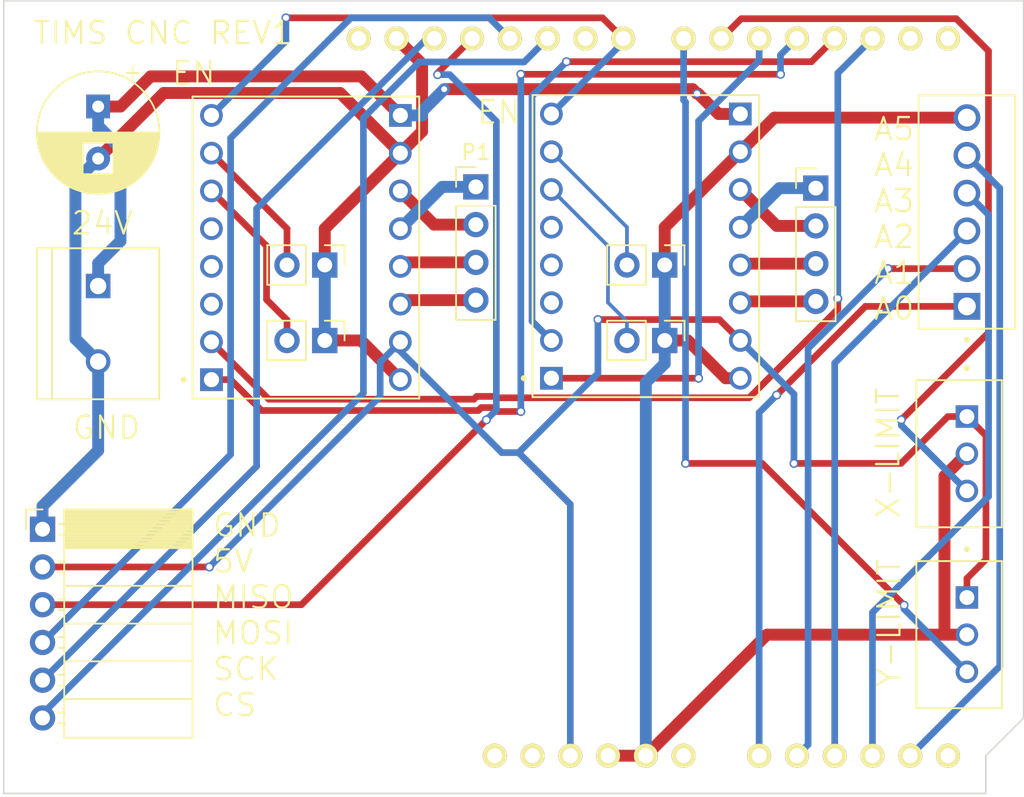
<source format=kicad_pcb>
(kicad_pcb (version 20240108) (generator "pcbnew") (generator_version "8.0")
  (layers (0 "F.Cu" signal) (31 "B.Cu" signal) (34 "B.Paste" user) (35 "F.Paste" user) (36 "B.SilkS" user "B.Silkscreen") (37 "F.SilkS" user "F.Silkscreen") (38 "B.Mask" user) (39 "F.Mask" user) (44 "Edge.Cuts" user))
  (net 0 "")
  (net 3 "Net-(J2-Pin_5)")
  (net 4 "Net-(P1-P1)")
  (net 5 "Net-(P1-P2)")
  (net 6 "Net-(P1-P3)")
  (net 7 "Net-(J2-Pin_4)")
  (net 8 "Net-(J2-Pin_3)")
  (net 9 "Net-(J2-Pin_2)")
  (net 10 "Net-(J2-Pin_1)")
  (net 11 "+5V")
  (net 12 "GND")
  (net 13 "EN")
  (net 14 "XSTEP")
  (net 15 "XDIR")
  (net 16 "VIN")
  (net 17 "YSTEP")
  (net 18 "YDIR")
  (net 19 "YLIMIT")
  (net 20 "XLIMIT")
  (net 21 "Net-(J1-Pin_3)")
  (net 22 "Net-(J1-Pin_4)")
  (net 23 "Net-(P1-P4)")
  (net 24 "Net-(J1-Pin_5)")
  (net 27 "Net-(J1-Pin_6)")
  (net 31 "Net-(U2-MS2)")
  (net 32 "Net-(P3-P1)")
  (net 33 "Net-(P3-P2)")
  (net 34 "Net-(U2-MS1)")
  (net 35 "Net-(P3-P3)")
  (net 36 "Net-(P3-P4)")
  (net 39 "Net-(U4-MS2)")
  (net 40 "Net-(U4-MS1)")
  (footprint "Tims1:MODULE_TMC2208_SILENTSTEPSTICK" (layer "F.Cu") (at 134.62 82.6466 180)
    (property "Reference" "U2" (hide yes))
    (property "Value" "TMC2208_SILENTSTEPSTICK" (hide yes))
    (pad "JP1_1" thru_hole rect (at 6.35 -8.89 180) (size 1.524 1.524) (drill 1.016) (layers "*.Cu" "*.Mask") (net 15 "XDIR"))
    (pad "JP1_2" thru_hole circle (at 6.35 -6.35 180) (size 1.524 1.524) (drill 1.016) (layers "*.Cu" "*.Mask") (net 14 "XSTEP"))
    (pad "JP1_3" thru_hole circle (at 6.35 -3.81 180) (size 1.524 1.524) (drill 1.016) (layers "*.Cu" "*.Mask"))
    (pad "JP1_4" thru_hole circle (at 6.35 -1.27 180) (size 1.524 1.524) (drill 1.016) (layers "*.Cu" "*.Mask"))
    (pad "JP1_5" thru_hole circle (at 6.35 1.27 180) (size 1.524 1.524) (drill 1.016) (layers "*.Cu" "*.Mask"))
    (pad "JP1_6" thru_hole circle (at 6.35 3.81 180) (size 1.524 1.524) (drill 1.016) (layers "*.Cu" "*.Mask") (net 31 "Net-(U2-MS2)"))
    (pad "JP1_7" thru_hole circle (at 6.35 6.35 180) (size 1.524 1.524) (drill 1.016) (layers "*.Cu" "*.Mask") (net 34 "Net-(U2-MS1)"))
    (pad "JP1_8" thru_hole circle (at 6.35 8.89 180) (size 1.524 1.524) (drill 1.016) (layers "*.Cu" "*.Mask") (net 13 "EN"))
    (pad "JP2_1" thru_hole rect (at -6.35 8.89 180) (size 1.524 1.524) (drill 1.016) (layers "*.Cu" "*.Mask") (net 16 "VIN"))
    (pad "JP2_2" thru_hole circle (at -6.35 6.35 180) (size 1.524 1.524) (drill 1.016) (layers "*.Cu" "*.Mask") (net 12 "GND"))
    (pad "JP2_3" thru_hole circle (at -6.35 3.81 180) (size 1.524 1.524) (drill 1.016) (layers "*.Cu" "*.Mask") (net 5 "Net-(P1-P2)"))
    (pad "JP2_4" thru_hole circle (at -6.35 1.27 180) (size 1.524 1.524) (drill 1.016) (layers "*.Cu" "*.Mask") (net 4 "Net-(P1-P1)"))
    (pad "JP2_5" thru_hole circle (at -6.35 -1.27 180) (size 1.524 1.524) (drill 1.016) (layers "*.Cu" "*.Mask") (net 6 "Net-(P1-P3)"))
    (pad "JP2_6" thru_hole circle (at -6.35 -3.81 180) (size 1.524 1.524) (drill 1.016) (layers "*.Cu" "*.Mask") (net 23 "Net-(P1-P4)"))
    (pad "JP2_7" thru_hole circle (at -6.35 -6.35 180) (size 1.524 1.524) (drill 1.016) (layers "*.Cu" "*.Mask") (net 11 "+5V"))
    (pad "JP2_8" thru_hole circle (at -6.35 -8.89 180) (size 1.524 1.524) (drill 1.016) (layers "*.Cu" "*.Mask") (net 12 "GND"))
  )
  (footprint "Connector_PinHeader_2.54mm:PinHeader_1x02_P2.54mm_Vertical" (layer "F.Cu") (at 135.89 83.82 -90)
    (property "Reference" "JP1" (hide yes))
    (property "Value" "Jumper_NO_Small" (hide yes))
    (pad "1" thru_hole rect (at 0 0 270) (size 1.7 1.7) (drill 1) (layers "*.Cu" "*.Mask") (net 12 "GND"))
    (pad "2" thru_hole oval (at 0 2.54 270) (size 1.7 1.7) (drill 1) (layers "*.Cu" "*.Mask") (net 34 "Net-(U2-MS1)"))
  )
  (footprint "Connector_PinHeader_2.54mm:PinHeader_1x02_P2.54mm_Vertical" (layer "F.Cu") (at 135.89 88.9 -90)
    (property "Reference" "JP2" (hide yes))
    (property "Value" "Jumper_NO_Small" (hide yes))
    (pad "1" thru_hole rect (at 0 0 270) (size 1.7 1.7) (drill 1) (layers "*.Cu" "*.Mask") (net 12 "GND"))
    (pad "2" thru_hole oval (at 0 2.54 270) (size 1.7 1.7) (drill 1) (layers "*.Cu" "*.Mask") (net 31 "Net-(U2-MS2)"))
  )
  (footprint "Capacitor_THT:CP_Radial_D8.0mm_P3.50mm" (layer "F.Cu") (at 120.65 73.1591 -90)
    (property "Reference" "C1" (hide yes))
    (property "Value" "100uF")
    (pad "1" thru_hole rect (at 0 0 270) (size 1.6 1.6) (drill 0.8) (layers "*.Cu" "*.Mask") (net 16 "VIN"))
    (pad "2" thru_hole circle (at 3.5 0 270) (size 1.6 1.6) (drill 0.8) (layers "*.Cu" "*.Mask") (net 12 "GND"))
  )
  (footprint "Connector_PinHeader_2.54mm:PinHeader_1x04_P2.54mm_Vertical" (layer "F.Cu") (at 146.05 78.5643)
    (property "Reference" "P1" (at 0 -2.33 0) (layer "F.SilkS"))
    (property "Value" "XMOT")
    (pad "1" thru_hole rect (at 0 0) (size 1.7 1.7) (drill 1) (layers "*.Cu" "*.Mask") (net 4 "Net-(P1-P1)"))
    (pad "2" thru_hole oval (at 0 2.54) (size 1.7 1.7) (drill 1) (layers "*.Cu" "*.Mask") (net 5 "Net-(P1-P2)"))
    (pad "3" thru_hole oval (at 0 5.08) (size 1.7 1.7) (drill 1) (layers "*.Cu" "*.Mask") (net 6 "Net-(P1-P3)"))
    (pad "4" thru_hole oval (at 0 7.62) (size 1.7 1.7) (drill 1) (layers "*.Cu" "*.Mask") (net 23 "Net-(P1-P4)"))
  )
  (footprint "footprints:ARDUINO_SHIELD" (layer "F.Cu") (at 114.3 119.38)
    (property "Reference" "U1" (hide yes))
    (property "Value" "ARDUINO_UNO_SHIELD" (hide yes))
    (pad "1" thru_hole circle (at 63.5 -50.8 90) (size 1.61 1.61) (drill 1) (layers "*.Cu" "*.Mask" "F.SilkS"))
    (pad "2" thru_hole circle (at 60.96 -50.8 90) (size 1.61 1.61) (drill 1) (layers "*.Cu" "*.Mask" "F.SilkS"))
    (pad "3" thru_hole circle (at 58.42 -50.8 90) (size 1.61 1.61) (drill 1) (layers "*.Cu" "*.Mask" "F.SilkS") (net 14 "XSTEP"))
    (pad "4" thru_hole circle (at 55.88 -50.8 90) (size 1.61 1.61) (drill 1) (layers "*.Cu" "*.Mask" "F.SilkS") (net 17 "YSTEP"))
    (pad "5" thru_hole circle (at 53.34 -50.8 90) (size 1.61 1.61) (drill 1) (layers "*.Cu" "*.Mask" "F.SilkS") (net 15 "XDIR"))
    (pad "6" thru_hole circle (at 50.8 -50.8 90) (size 1.61 1.61) (drill 1) (layers "*.Cu" "*.Mask" "F.SilkS") (net 18 "YDIR"))
    (pad "7" thru_hole circle (at 48.26 -50.8 90) (size 1.61 1.61) (drill 1) (layers "*.Cu" "*.Mask" "F.SilkS") (net 20 "XLIMIT"))
    (pad "8" thru_hole circle (at 45.72 -50.8 90) (size 1.61 1.61) (drill 1) (layers "*.Cu" "*.Mask" "F.SilkS") (net 19 "YLIMIT"))
    (pad "9" thru_hole circle (at 41.656 -50.8 90) (size 1.61 1.61) (drill 1) (layers "*.Cu" "*.Mask" "F.SilkS") (net 13 "EN"))
    (pad "10" thru_hole circle (at 39.116 -50.8 90) (size 1.61 1.61) (drill 1) (layers "*.Cu" "*.Mask" "F.SilkS"))
    (pad "11" thru_hole circle (at 36.576 -50.8 90) (size 1.61 1.61) (drill 1) (layers "*.Cu" "*.Mask" "F.SilkS") (net 27 "Net-(J1-Pin_6)"))
    (pad "12" thru_hole circle (at 34.036 -50.8 90) (size 1.61 1.61) (drill 1) (layers "*.Cu" "*.Mask" "F.SilkS") (net 22 "Net-(J1-Pin_4)"))
    (pad "13" thru_hole circle (at 31.496 -50.8 90) (size 1.61 1.61) (drill 1) (layers "*.Cu" "*.Mask" "F.SilkS") (net 21 "Net-(J1-Pin_3)"))
    (pad "14" thru_hole circle (at 28.956 -50.8 90) (size 1.61 1.61) (drill 1) (layers "*.Cu" "*.Mask" "F.SilkS") (net 24 "Net-(J1-Pin_5)"))
    (pad "15" thru_hole circle (at 26.416 -50.8 90) (size 1.61 1.61) (drill 1) (layers "*.Cu" "*.Mask" "F.SilkS") (net 12 "GND"))
    (pad "16" thru_hole circle (at 23.876 -50.8 90) (size 1.61 1.61) (drill 1) (layers "*.Cu" "*.Mask" "F.SilkS"))
    (pad "17" thru_hole circle (at 63.5 -2.54 90) (size 1.61 1.61) (drill 1) (layers "*.Cu" "*.Mask" "F.SilkS"))
    (pad "18" thru_hole circle (at 60.96 -2.54 90) (size 1.61 1.61) (drill 1) (layers "*.Cu" "*.Mask" "F.SilkS") (net 3 "Net-(J2-Pin_5)"))
    (pad "19" thru_hole circle (at 58.42 -2.54 90) (size 1.61 1.61) (drill 1) (layers "*.Cu" "*.Mask" "F.SilkS") (net 7 "Net-(J2-Pin_4)"))
    (pad "20" thru_hole circle (at 55.88 -2.54 90) (size 1.61 1.61) (drill 1) (layers "*.Cu" "*.Mask" "F.SilkS") (net 8 "Net-(J2-Pin_3)"))
    (pad "21" thru_hole circle (at 53.34 -2.54 90) (size 1.61 1.61) (drill 1) (layers "*.Cu" "*.Mask" "F.SilkS") (net 9 "Net-(J2-Pin_2)"))
    (pad "22" thru_hole circle (at 50.8 -2.54 90) (size 1.61 1.61) (drill 1) (layers "*.Cu" "*.Mask" "F.SilkS") (net 10 "Net-(J2-Pin_1)"))
    (pad "23" thru_hole circle (at 45.72 -2.54 90) (size 1.61 1.61) (drill 1) (layers "*.Cu" "*.Mask" "F.SilkS") (net 16 "VIN"))
    (pad "24" thru_hole circle (at 43.18 -2.54 90) (size 1.61 1.61) (drill 1) (layers "*.Cu" "*.Mask" "F.SilkS") (net 12 "GND"))
    (pad "25" thru_hole circle (at 40.64 -2.54 90) (size 1.61 1.61) (drill 1) (layers "*.Cu" "*.Mask" "F.SilkS") (net 12 "GND"))
    (pad "26" thru_hole circle (at 38.1 -2.54 90) (size 1.61 1.61) (drill 1) (layers "*.Cu" "*.Mask" "F.SilkS") (net 11 "+5V"))
    (pad "27" thru_hole circle (at 35.56 -2.54 90) (size 1.61 1.61) (drill 1) (layers "*.Cu" "*.Mask" "F.SilkS"))
    (pad "28" thru_hole circle (at 33.02 -2.54 90) (size 1.61 1.61) (drill 1) (layers "*.Cu" "*.Mask" "F.SilkS"))
  )
  (footprint "Tims1:TE_282837-2" (layer "F.Cu") (at 120.65 87.7751 -90)
    (property "Reference" "P2" (hide yes))
    (property "Value" "282837-2" (hide yes))
    (pad "1" thru_hole rect (at -2.54 0 270) (size 1.65 1.65) (drill 1.1) (layers "*.Cu" "*.Mask") (net 16 "VIN"))
    (pad "2" thru_hole circle (at 2.54 0 270) (size 1.65 1.65) (drill 1.1) (layers "*.Cu" "*.Mask") (net 12 "GND"))
  )
  (footprint "Tims1:JST_B3B-XH-A" (layer "F.Cu") (at 178.545 108.695 90)
    (property "Reference" "J4" (hide yes))
    (property "Value" "Conn_01x03" (hide yes))
    (pad "1" thru_hole rect (at 2.5 0.525 90) (size 1.508 1.508) (drill 1) (layers "*.Cu" "*.Mask") (net 11 "+5V"))
    (pad "2" thru_hole circle (at 0 0.525 90) (size 1.508 1.508) (drill 1) (layers "*.Cu" "*.Mask") (net 12 "GND"))
    (pad "3" thru_hole circle (at -2.5 0.525 90) (size 1.508 1.508) (drill 1) (layers "*.Cu" "*.Mask") (net 19 "YLIMIT"))
  )
  (footprint "Tims1:MODULE_TMC2208_SILENTSTEPSTICK" (layer "F.Cu") (at 157.48 82.55 180)
    (property "Reference" "U4" (hide yes))
    (property "Value" "TMC2208_SILENTSTEPSTICK" (hide yes))
    (pad "JP1_1" thru_hole rect (at 6.35 -8.89 180) (size 1.524 1.524) (drill 1.016) (layers "*.Cu" "*.Mask") (net 18 "YDIR"))
    (pad "JP1_2" thru_hole circle (at 6.35 -6.35 180) (size 1.524 1.524) (drill 1.016) (layers "*.Cu" "*.Mask") (net 17 "YSTEP"))
    (pad "JP1_3" thru_hole circle (at 6.35 -3.81 180) (size 1.524 1.524) (drill 1.016) (layers "*.Cu" "*.Mask"))
    (pad "JP1_4" thru_hole circle (at 6.35 -1.27 180) (size 1.524 1.524) (drill 1.016) (layers "*.Cu" "*.Mask"))
    (pad "JP1_5" thru_hole circle (at 6.35 1.27 180) (size 1.524 1.524) (drill 1.016) (layers "*.Cu" "*.Mask"))
    (pad "JP1_6" thru_hole circle (at 6.35 3.81 180) (size 1.524 1.524) (drill 1.016) (layers "*.Cu" "*.Mask") (net 39 "Net-(U4-MS2)"))
    (pad "JP1_7" thru_hole circle (at 6.35 6.35 180) (size 1.524 1.524) (drill 1.016) (layers "*.Cu" "*.Mask") (net 40 "Net-(U4-MS1)"))
    (pad "JP1_8" thru_hole circle (at 6.35 8.89 180) (size 1.524 1.524) (drill 1.016) (layers "*.Cu" "*.Mask") (net 13 "EN"))
    (pad "JP2_1" thru_hole rect (at -6.35 8.89 180) (size 1.524 1.524) (drill 1.016) (layers "*.Cu" "*.Mask") (net 16 "VIN"))
    (pad "JP2_2" thru_hole circle (at -6.35 6.35 180) (size 1.524 1.524) (drill 1.016) (layers "*.Cu" "*.Mask") (net 12 "GND"))
    (pad "JP2_3" thru_hole circle (at -6.35 3.81 180) (size 1.524 1.524) (drill 1.016) (layers "*.Cu" "*.Mask") (net 33 "Net-(P3-P2)"))
    (pad "JP2_4" thru_hole circle (at -6.35 1.27 180) (size 1.524 1.524) (drill 1.016) (layers "*.Cu" "*.Mask") (net 32 "Net-(P3-P1)"))
    (pad "JP2_5" thru_hole circle (at -6.35 -1.27 180) (size 1.524 1.524) (drill 1.016) (layers "*.Cu" "*.Mask") (net 35 "Net-(P3-P3)"))
    (pad "JP2_6" thru_hole circle (at -6.35 -3.81 180) (size 1.524 1.524) (drill 1.016) (layers "*.Cu" "*.Mask") (net 36 "Net-(P3-P4)"))
    (pad "JP2_7" thru_hole circle (at -6.35 -6.35 180) (size 1.524 1.524) (drill 1.016) (layers "*.Cu" "*.Mask") (net 11 "+5V"))
    (pad "JP2_8" thru_hole circle (at -6.35 -8.89 180) (size 1.524 1.524) (drill 1.016) (layers "*.Cu" "*.Mask") (net 12 "GND"))
  )
  (footprint "Connector_PinHeader_2.54mm:PinHeader_1x02_P2.54mm_Vertical" (layer "F.Cu") (at 158.75 88.9 -90)
    (property "Reference" "JP4" (hide yes))
    (property "Value" "Jumper_NO_Small" (hide yes))
    (pad "1" thru_hole rect (at 0 0 270) (size 1.7 1.7) (drill 1) (layers "*.Cu" "*.Mask") (net 12 "GND"))
    (pad "2" thru_hole oval (at 0 2.54 270) (size 1.7 1.7) (drill 1) (layers "*.Cu" "*.Mask") (net 39 "Net-(U4-MS2)"))
  )
  (footprint "Connector_PinHeader_2.54mm:PinHeader_1x04_P2.54mm_Vertical" (layer "F.Cu") (at 168.91 78.6499)
    (property "Reference" "P3" (hide yes))
    (property "Value" "YMOT")
    (pad "1" thru_hole rect (at 0 0) (size 1.7 1.7) (drill 1) (layers "*.Cu" "*.Mask") (net 32 "Net-(P3-P1)"))
    (pad "2" thru_hole oval (at 0 2.54) (size 1.7 1.7) (drill 1) (layers "*.Cu" "*.Mask") (net 33 "Net-(P3-P2)"))
    (pad "3" thru_hole oval (at 0 5.08) (size 1.7 1.7) (drill 1) (layers "*.Cu" "*.Mask") (net 35 "Net-(P3-P3)"))
    (pad "4" thru_hole oval (at 0 7.62) (size 1.7 1.7) (drill 1) (layers "*.Cu" "*.Mask") (net 36 "Net-(P3-P4)"))
  )
  (footprint "Tims1:JST_B3B-XH-A" (layer "F.Cu") (at 178.545 96.52 90)
    (property "Reference" "J3" (hide yes))
    (property "Value" "Conn_01x03" (hide yes))
    (pad "1" thru_hole rect (at 2.5 0.525 90) (size 1.508 1.508) (drill 1) (layers "*.Cu" "*.Mask") (net 11 "+5V"))
    (pad "2" thru_hole circle (at 0 0.525 90) (size 1.508 1.508) (drill 1) (layers "*.Cu" "*.Mask") (net 12 "GND"))
    (pad "3" thru_hole circle (at -2.5 0.525 90) (size 1.508 1.508) (drill 1) (layers "*.Cu" "*.Mask") (net 20 "XLIMIT"))
  )
  (footprint "Tims1:PinSocket_1x06_P2.54mm_Horizontal" (layer "F.Cu") (at 121.92 101.6)
    (property "Reference" "J1" (hide yes))
    (property "Value" "Conn_01x06" (hide yes))
    (pad "1" thru_hole rect (at -5.01 0) (size 1.7 1.7) (drill 1) (layers "*.Cu" "*.Mask") (net 12 "GND"))
    (pad "2" thru_hole oval (at -5.01 2.54) (size 1.7 1.7) (drill 1) (layers "*.Cu" "*.Mask") (net 11 "+5V"))
    (pad "3" thru_hole oval (at -5.01 5.08) (size 1.7 1.7) (drill 1) (layers "*.Cu" "*.Mask") (net 21 "Net-(J1-Pin_3)"))
    (pad "4" thru_hole oval (at -5.01 7.62) (size 1.7 1.7) (drill 1) (layers "*.Cu" "*.Mask") (net 22 "Net-(J1-Pin_4)"))
    (pad "5" thru_hole oval (at -5.01 10.16) (size 1.7 1.7) (drill 1) (layers "*.Cu" "*.Mask") (net 24 "Net-(J1-Pin_5)"))
    (pad "6" thru_hole oval (at -5.01 12.7) (size 1.7 1.7) (drill 1) (layers "*.Cu" "*.Mask") (net 27 "Net-(J1-Pin_6)"))
  )
  (footprint "Tims1:TE_282834-6" (layer "F.Cu") (at 179.07 80.256 90)
    (property "Reference" "J2" (hide yes))
    (property "Value" "Conn_01x06" (hide yes))
    (pad "1" thru_hole rect (at -6.35 0 90) (size 1.8 1.8) (drill 1.2) (layers "*.Cu" "*.Mask") (net 10 "Net-(J2-Pin_1)"))
    (pad "2" thru_hole circle (at -3.81 0 90) (size 1.8 1.8) (drill 1.2) (layers "*.Cu" "*.Mask") (net 9 "Net-(J2-Pin_2)"))
    (pad "3" thru_hole circle (at -1.27 0 90) (size 1.8 1.8) (drill 1.2) (layers "*.Cu" "*.Mask") (net 8 "Net-(J2-Pin_3)"))
    (pad "4" thru_hole circle (at 1.27 0 90) (size 1.8 1.8) (drill 1.2) (layers "*.Cu" "*.Mask") (net 7 "Net-(J2-Pin_4)"))
    (pad "5" thru_hole circle (at 3.81 0 90) (size 1.8 1.8) (drill 1.2) (layers "*.Cu" "*.Mask") (net 3 "Net-(J2-Pin_5)"))
    (pad "6" thru_hole circle (at 6.35 0 90) (size 1.8 1.8) (drill 1.2) (layers "*.Cu" "*.Mask") (net 12 "GND"))
  )
  (footprint "Connector_PinHeader_2.54mm:PinHeader_1x02_P2.54mm_Vertical" (layer "F.Cu") (at 158.75 83.82 -90)
    (property "Reference" "JP3" (hide yes))
    (property "Value" "Jumper_NO_Small" (hide yes))
    (pad "1" thru_hole rect (at 0 0 270) (size 1.7 1.7) (drill 1) (layers "*.Cu" "*.Mask") (net 12 "GND"))
    (pad "2" thru_hole oval (at 0 2.54 270) (size 1.7 1.7) (drill 1) (layers "*.Cu" "*.Mask") (net 40 "Net-(U4-MS1)"))
  )
  (gr_line (start 180.34 119.38) (end 114.3 119.38) (stroke (width 0.1)) (layer "Edge.Cuts"))
  (gr_line (start 114.3 119.38) (end 114.3 66.04) (stroke (width 0.1)) (layer "Edge.Cuts"))
  (gr_line (start 114.3 66.04) (end 182.88 66.04) (stroke (width 0.1)) (layer "Edge.Cuts"))
  (gr_line (start 182.88 66.04) (end 182.88 114.3) (stroke (width 0.1)) (layer "Edge.Cuts"))
  (gr_line (start 182.88 114.3) (end 180.34 116.84) (stroke (width 0.1)) (layer "Edge.Cuts"))
  (gr_line (start 180.34 116.84) (end 180.34 119.38) (stroke (width 0.1)) (layer "Edge.Cuts"))
  (gr_text "GND\n5V\nMISO\nMOSI\nSCK\nCS" (at 128.27 114.3 0) (layer "F.SilkS") (effects (font (size 1.5 1.5)) (justify left bottom)))
  (gr_text "GND" (at 118.831431 95.641834 0) (layer "F.SilkS") (effects (font (size 1.5 1.5)) (justify left bottom)))
  (gr_text "TIMS CNC REV1" (at 116.191227 69.08426 0) (layer "F.SilkS") (effects (font (size 1.5 1.5)) (justify left bottom)))
  (gr_text "EN" (at 146.03823 74.421431 0) (layer "F.SilkS") (effects (font (size 1.5 1.5)) (justify left bottom)))
  (gr_text "A5\nA4\nA3\nA2\nA1\nA0" (at 172.72 87.63 0) (layer "F.SilkS") (effects (font (size 1.5 1.5)) (justify left bottom)))
  (gr_text "24V" (at 118.757582 81.888234 0) (layer "F.SilkS") (effects (font (size 1.5 1.5)) (justify left bottom)))
  (gr_text "EN" (at 125.514479 71.807359 0) (layer "F.SilkS") (effects (font (size 1.5 1.5)) (justify left bottom)))
  (gr_text "X-LIMIT" (at 174.646918 100.952282 90) (layer "F.SilkS") (effects (font (size 1.5 1.5)) (justify left bottom)))
  (gr_text "Y-LIMIT" (at 174.725285 112.315496 90) (layer "F.SilkS") (effects (font (size 1.5 1.5)) (justify left bottom)))
  (segment (start 175.26 116.84) (end 181.2783 110.8217) (width 0.45) (layer "B.Cu") (net 3))
  (segment (start 181.2783 78.6543) (end 179.07 76.446) (width 0.45) (layer "B.Cu") (net 3))
  (segment (start 181.2783 110.8217) (end 181.2783 78.6543) (width 0.45) (layer "B.Cu") (net 3))
  (segment (start 143.7823 78.5643) (end 140.97 81.3766) (width 0.8) (layer "B.Cu") (net 4))
  (segment (start 146.05 78.5643) (end 143.7823 78.5643) (width 0.8) (layer "B.Cu") (net 4))
  (segment (start 146.05 81.1043) (end 143.2377 81.1043) (width 0.8) (layer "F.Cu") (net 5))
  (segment (start 143.2377 81.1043) (end 140.97 78.8366) (width 0.8) (layer "F.Cu") (net 5))
  (segment (start 141.2423 83.6443) (end 140.97 83.9166) (width 0.8) (layer "F.Cu") (net 6))
  (segment (start 146.05 83.6443) (end 141.2423 83.6443) (width 0.8) (layer "F.Cu") (net 6))
  (segment (start 180.5264 99.3933) (end 172.72 107.1997) (width 0.45) (layer "B.Cu") (net 7))
  (segment (start 179.07 78.986) (end 180.5264 80.4424) (width 0.45) (layer "B.Cu") (net 7))
  (segment (start 180.5264 80.4424) (end 180.5264 99.3933) (width 0.45) (layer "B.Cu") (net 7))
  (segment (start 172.72 107.1997) (end 172.72 116.84) (width 0.45) (layer "B.Cu") (net 7))
  (segment (start 170.18 90.416) (end 170.18 116.84) (width 0.45) (layer "B.Cu") (net 8))
  (segment (start 179.07 81.526) (end 170.18 90.416) (width 0.45) (layer "B.Cu") (net 8))
  (segment (start 179.07 84.066) (end 173.7666 84.066) (width 0.45) (layer "F.Cu") (net 9))
  (via (at 173.7666 84.066) (size 0.6) (drill 0.4) (layers "F.Cu" "B.Cu") (net 9))
  (segment (start 168.3918 89.4408) (end 173.7666 84.066) (width 0.45) (layer "B.Cu") (net 9))
  (segment (start 168.3918 116.0882) (end 168.3918 89.4408) (width 0.45) (layer "B.Cu") (net 9))
  (segment (start 167.64 116.84) (end 168.3918 116.0882) (width 0.45) (layer "B.Cu") (net 9))
  (segment (start 172.246 86.606) (end 166.2806 92.5714) (width 0.45) (layer "F.Cu") (net 10))
  (segment (start 179.07 86.606) (end 172.246 86.606) (width 0.45) (layer "F.Cu") (net 10))
  (via (at 166.2806 92.5714) (size 0.6) (drill 0.4) (layers "F.Cu" "B.Cu") (net 10))
  (segment (start 165.1 93.752) (end 166.2806 92.5714) (width 0.45) (layer "B.Cu") (net 10))
  (segment (start 165.1 116.84) (end 165.1 93.752) (width 0.45) (layer "B.Cu") (net 10))
  (segment (start 162.4242 87.4942) (end 154.2585 87.4942) (width 0.45) (layer "F.Cu") (net 11))
  (segment (start 180.3509 103.6332) (end 179.07 104.9141) (width 0.45) (layer "F.Cu") (net 11))
  (segment (start 177.7891 94.02) (end 174.6379 97.1712) (width 0.45) (layer "F.Cu") (net 11))
  (segment (start 116.91 104.14) (end 128.1313 104.14) (width 0.45) (layer "F.Cu") (net 11))
  (segment (start 163.83 88.9) (end 162.4242 87.4942) (width 0.45) (layer "F.Cu") (net 11))
  (segment (start 179.07 94.02) (end 177.7891 94.02) (width 0.45) (layer "F.Cu") (net 11))
  (segment (start 180.3509 95.3009) (end 180.3509 103.6332) (width 0.45) (layer "F.Cu") (net 11))
  (segment (start 179.07 106.195) (end 179.07 104.9141) (width 0.45) (layer "F.Cu") (net 11))
  (segment (start 179.07 94.02) (end 180.3509 95.3009) (width 0.45) (layer "F.Cu") (net 11))
  (segment (start 174.6379 97.1712) (end 167.442 97.1712) (width 0.45) (layer "F.Cu") (net 11))
  (via (at 154.2585 87.4942) (size 0.6) (drill 0.4) (layers "F.Cu" "B.Cu") (net 11))
  (via (at 128.1313 104.14) (size 0.6) (drill 0.4) (layers "F.Cu" "B.Cu") (net 11))
  (via (at 167.442 97.1712) (size 0.6) (drill 0.4) (layers "F.Cu" "B.Cu") (net 11))
  (segment (start 139.6143 92.657) (end 128.1313 104.14) (width 0.45) (layer "B.Cu") (net 11))
  (segment (start 147.794 96.4469) (end 148.9251 96.4469) (width 0.45) (layer "B.Cu") (net 11))
  (segment (start 139.6143 90.3523) (end 139.6143 92.657) (width 0.45) (layer "B.Cu") (net 11))
  (segment (start 140.97 89.6229) (end 147.794 96.4469) (width 0.45) (layer "B.Cu") (net 11))
  (segment (start 140.97 88.9966) (end 140.97 89.6229) (width 0.45) (layer "B.Cu") (net 11))
  (segment (start 140.97 88.9966) (end 139.6143 90.3523) (width 0.45) (layer "B.Cu") (net 11))
  (segment (start 152.4 116.84) (end 152.4 99.9218) (width 0.45) (layer "B.Cu") (net 11))
  (segment (start 148.9251 96.4469) (end 154.2585 91.1135) (width 0.45) (layer "B.Cu") (net 11))
  (segment (start 152.4 99.9218) (end 148.9251 96.4469) (width 0.45) (layer "B.Cu") (net 11))
  (segment (start 154.2585 91.1135) (end 154.2585 87.4942) (width 0.45) (layer "B.Cu") (net 11))
  (segment (start 167.442 92.512) (end 167.442 97.1712) (width 0.45) (layer "B.Cu") (net 11))
  (segment (start 163.83 88.9) (end 167.442 92.512) (width 0.45) (layer "B.Cu") (net 11))
  (segment (start 135.89 81.3766) (end 140.97 76.2966) (width 0.8) (layer "F.Cu") (net 12))
  (segment (start 157.48 116.84) (end 165.625 108.695) (width 0.8) (layer "F.Cu") (net 12))
  (segment (start 166.124 73.906) (end 163.83 76.2) (width 0.8) (layer "F.Cu") (net 12))
  (segment (start 142.4339 70.2979) (end 142.4339 74.8327) (width 0.8) (layer "F.Cu") (net 12))
  (segment (start 177.5615 108.695) (end 179.07 108.695) (width 0.8) (layer "F.Cu") (net 12))
  (segment (start 135.89 88.9) (end 137.4419 88.9) (width 0.8) (layer "F.Cu") (net 12))
  (segment (start 135.89 83.82) (end 135.89 81.3766) (width 0.8) (layer "F.Cu") (net 12))
  (segment (start 136.9203 72.2469) (end 140.97 76.2966) (width 0.8) (layer "F.Cu") (net 12))
  (segment (start 179.07 73.906) (end 166.124 73.906) (width 0.8) (layer "F.Cu") (net 12))
  (segment (start 177.5615 98.0285) (end 179.07 96.52) (width 0.8) (layer "F.Cu") (net 12))
  (segment (start 120.65 76.6591) (end 125.0622 72.2469) (width 0.8) (layer "F.Cu") (net 12))
  (segment (start 154.94 116.84) (end 157.48 116.84) (width 0.8) (layer "F.Cu") (net 12))
  (segment (start 142.4339 74.8327) (end 140.97 76.2966) (width 0.8) (layer "F.Cu") (net 12))
  (segment (start 158.75 88.9) (end 160.3019 88.9) (width 0.8) (layer "F.Cu") (net 12))
  (segment (start 158.75 83.82) (end 158.75 81.28) (width 0.8) (layer "F.Cu") (net 12))
  (segment (start 138.3334 88.9) (end 137.4419 88.9) (width 0.8) (layer "F.Cu") (net 12))
  (segment (start 125.0622 72.2469) (end 136.9203 72.2469) (width 0.8) (layer "F.Cu") (net 12))
  (segment (start 160.3019 88.9) (end 162.8419 91.44) (width 0.8) (layer "F.Cu") (net 12))
  (segment (start 177.5615 108.695) (end 177.5615 98.0285) (width 0.8) (layer "F.Cu") (net 12))
  (segment (start 162.8419 91.44) (end 163.83 91.44) (width 0.8) (layer "F.Cu") (net 12))
  (segment (start 165.625 108.695) (end 177.5615 108.695) (width 0.8) (layer "F.Cu") (net 12))
  (segment (start 140.716 68.58) (end 142.4339 70.2979) (width 0.8) (layer "F.Cu") (net 12))
  (segment (start 158.75 81.28) (end 163.83 76.2) (width 0.8) (layer "F.Cu") (net 12))
  (segment (start 140.97 91.5366) (end 138.3334 88.9) (width 0.8) (layer "F.Cu") (net 12))
  (segment (start 119.1231 88.7882) (end 119.1231 78.186) (width 0.8) (layer "B.Cu") (net 12))
  (segment (start 158.75 88.9) (end 158.75 90.4519) (width 0.8) (layer "B.Cu") (net 12))
  (segment (start 119.1231 78.186) (end 120.65 76.6591) (width 0.8) (layer "B.Cu") (net 12))
  (segment (start 157.48 91.7219) (end 157.48 116.84) (width 0.8) (layer "B.Cu") (net 12))
  (segment (start 120.65 96.3081) (end 116.91 100.0481) (width 0.8) (layer "B.Cu") (net 12))
  (segment (start 135.89 88.9) (end 135.89 83.82) (width 0.8) (layer "B.Cu") (net 12))
  (segment (start 120.65 90.3151) (end 120.65 96.3081) (width 0.8) (layer "B.Cu") (net 12))
  (segment (start 158.75 90.4519) (end 157.48 91.7219) (width 0.8) (layer "B.Cu") (net 12))
  (segment (start 158.75 83.82) (end 158.75 88.9) (width 0.8) (layer "B.Cu") (net 12))
  (segment (start 120.65 90.3151) (end 119.1231 88.7882) (width 0.8) (layer "B.Cu") (net 12))
  (segment (start 116.91 101.6) (end 116.91 100.0481) (width 0.8) (layer "B.Cu") (net 12))
  (segment (start 154.5667 67.1907) (end 155.956 68.58) (width 0.45) (layer "F.Cu") (net 13))
  (segment (start 133.2795 67.1907) (end 154.5667 67.1907) (width 0.45) (layer "F.Cu") (net 13))
  (via (at 133.2795 67.1907) (size 0.6) (drill 0.4) (layers "F.Cu" "B.Cu") (net 13))
  (segment (start 133.2795 68.7471) (end 133.2795 67.1907) (width 0.45) (layer "B.Cu") (net 13))
  (segment (start 155.956 68.834) (end 151.13 73.66) (width 0.45) (layer "B.Cu") (net 13))
  (segment (start 155.956 68.58) (end 155.956 68.834) (width 0.45) (layer "B.Cu") (net 13))
  (segment (start 128.27 73.7566) (end 133.2795 68.7471) (width 0.45) (layer "B.Cu") (net 13))
  (segment (start 170.3898 86.7957) (end 164.4283 92.7572) (width 0.45) (layer "F.Cu") (net 14))
  (segment (start 132.1251 92.8517) (end 128.27 88.9966) (width 0.45) (layer "F.Cu") (net 14))
  (segment (start 147.4121 92.6627) (end 146.104 92.6627) (width 0.45) (layer "F.Cu") (net 14))
  (segment (start 164.4283 92.7572) (end 147.5066 92.7572) (width 0.45) (layer "F.Cu") (net 14))
  (segment (start 170.3898 86.0709) (end 170.3898 86.7957) (width 0.45) (layer "F.Cu") (net 14))
  (segment (start 147.5066 92.7572) (end 147.4121 92.6627) (width 0.45) (layer "F.Cu") (net 14))
  (segment (start 145.915 92.8517) (end 132.1251 92.8517) (width 0.45) (layer "F.Cu") (net 14))
  (segment (start 146.104 92.6627) (end 145.915 92.8517) (width 0.45) (layer "F.Cu") (net 14))
  (via (at 170.3898 86.0709) (size 0.6) (drill 0.4) (layers "F.Cu" "B.Cu") (net 14))
  (segment (start 172.72 68.58) (end 170.3898 70.9102) (width 0.45) (layer "B.Cu") (net 14))
  (segment (start 170.3898 70.9102) (end 170.3898 86.0709) (width 0.45) (layer "B.Cu") (net 14))
  (segment (start 131.6352 93.6129) (end 129.5589 91.5366) (width 0.45) (layer "F.Cu") (net 15))
  (segment (start 146.2172 93.6129) (end 131.6352 93.6129) (width 0.45) (layer "F.Cu") (net 15))
  (segment (start 147.365 93.679) (end 147.1006 93.4146) (width 0.45) (layer "F.Cu") (net 15))
  (segment (start 149.074 93.679) (end 147.365 93.679) (width 0.45) (layer "F.Cu") (net 15))
  (segment (start 146.4155 93.4146) (end 146.2172 93.6129) (width 0.45) (layer "F.Cu") (net 15))
  (segment (start 149.074 70.9868) (end 166.536 70.9868) (width 0.45) (layer "F.Cu") (net 15))
  (segment (start 147.1006 93.4146) (end 146.4155 93.4146) (width 0.45) (layer "F.Cu") (net 15))
  (segment (start 128.27 91.5366) (end 129.5589 91.5366) (width 0.45) (layer "F.Cu") (net 15))
  (via (at 149.074 93.679) (size 0.6) (drill 0.4) (layers "F.Cu" "B.Cu") (net 15))
  (via (at 166.536 70.9868) (size 0.6) (drill 0.4) (layers "F.Cu" "B.Cu") (net 15))
  (via (at 149.074 70.9868) (size 0.6) (drill 0.4) (layers "F.Cu" "B.Cu") (net 15))
  (segment (start 166.536 69.684) (end 166.536 70.9868) (width 0.45) (layer "B.Cu") (net 15))
  (segment (start 167.64 68.58) (end 166.536 69.684) (width 0.45) (layer "B.Cu") (net 15))
  (segment (start 149.074 70.9868) (end 149.074 93.679) (width 0.45) (layer "B.Cu") (net 15))
  (segment (start 138.3448 71.1314) (end 140.97 73.7566) (width 0.8) (layer "F.Cu") (net 16))
  (segment (start 120.65 73.1591) (end 122.1519 73.1591) (width 0.8) (layer "F.Cu") (net 16))
  (segment (start 122.1519 73.1591) (end 124.1796 71.1314) (width 0.8) (layer "F.Cu") (net 16))
  (segment (start 160.9919 72.2858) (end 162.3661 73.66) (width 0.8) (layer "F.Cu") (net 16))
  (segment (start 160.6239 71.9887) (end 160.921 72.2858) (width 0.8) (layer "F.Cu") (net 16))
  (segment (start 163.83 73.66) (end 162.3661 73.66) (width 0.8) (layer "F.Cu") (net 16))
  (segment (start 124.1796 71.1314) (end 138.3448 71.1314) (width 0.8) (layer "F.Cu") (net 16))
  (segment (start 160.921 72.2858) (end 160.9919 72.2858) (width 0.8) (layer "F.Cu") (net 16))
  (segment (start 143.9204 71.9887) (end 160.6239 71.9887) (width 0.8) (layer "F.Cu") (net 16))
  (via (at 143.9204 71.9887) (size 0.6) (drill 0.4) (layers "F.Cu" "B.Cu") (net 16))
  (via (at 160.921 72.2858) (size 0.6) (drill 0.4) (layers "F.Cu" "B.Cu") (net 16))
  (segment (start 140.97 73.7566) (end 142.4339 73.7566) (width 0.8) (layer "B.Cu") (net 16))
  (segment (start 122.1519 75.975) (end 120.8379 74.661) (width 0.8) (layer "B.Cu") (net 16))
  (segment (start 120.65 73.1591) (end 120.65 74.661) (width 0.8) (layer "B.Cu") (net 16))
  (segment (start 120.8379 74.661) (end 120.65 74.661) (width 0.8) (layer "B.Cu") (net 16))
  (segment (start 122.1519 82.2063) (end 122.1519 75.975) (width 0.8) (layer "B.Cu") (net 16))
  (segment (start 142.4339 73.4752) (end 143.9204 71.9887) (width 0.8) (layer "B.Cu") (net 16))
  (segment (start 120.65 85.2351) (end 120.65 83.7082) (width 0.8) (layer "B.Cu") (net 16))
  (segment (start 142.4339 73.7566) (end 142.4339 73.4752) (width 0.8) (layer "B.Cu") (net 16))
  (segment (start 120.65 83.7082) (end 122.1519 82.2063) (width 0.8) (layer "B.Cu") (net 16))
  (segment (start 152.1438 70.1428) (end 168.6172 70.1428) (width 0.45) (layer "F.Cu") (net 17))
  (segment (start 168.6172 70.1428) (end 170.18 68.58) (width 0.45) (layer "F.Cu") (net 17))
  (via (at 152.1438 70.1428) (size 0.6) (drill 0.4) (layers "F.Cu" "B.Cu") (net 17))
  (segment (start 151.13 88.9) (end 149.8259 87.5959) (width 0.45) (layer "B.Cu") (net 17))
  (segment (start 149.8259 87.5959) (end 149.8259 72.4607) (width 0.45) (layer "B.Cu") (net 17))
  (segment (start 149.8259 72.4607) (end 152.1438 70.1428) (width 0.45) (layer "B.Cu") (net 17))
  (segment (start 151.13 91.44) (end 161.0259 91.44) (width 0.45) (layer "F.Cu") (net 18))
  (via (at 161.0259 91.44) (size 0.6) (drill 0.4) (layers "F.Cu" "B.Cu") (net 18))
  (segment (start 161.0259 74.1318) (end 161.0259 91.44) (width 0.45) (layer "B.Cu") (net 18))
  (segment (start 165.1 68.58) (end 165.1 70.0577) (width 0.45) (layer "B.Cu") (net 18))
  (segment (start 165.1 70.0577) (end 161.0259 74.1318) (width 0.45) (layer "B.Cu") (net 18))
  (segment (start 165.3032 97.1712) (end 160.148 97.1712) (width 0.45) (layer "F.Cu") (net 19))
  (segment (start 174.844 106.712) (end 165.3032 97.1712) (width 0.45) (layer "F.Cu") (net 19))
  (via (at 160.148 97.1712) (size 0.6) (drill 0.4) (layers "F.Cu" "B.Cu") (net 19))
  (via (at 174.844 106.712) (size 0.6) (drill 0.4) (layers "F.Cu" "B.Cu") (net 19))
  (segment (start 160.148 72.8559) (end 160.148 97.1712) (width 0.45) (layer "B.Cu") (net 19))
  (segment (start 174.844 106.969) (end 179.07 111.195) (width 0.45) (layer "B.Cu") (net 19))
  (segment (start 174.844 106.712) (end 174.844 106.969) (width 0.45) (layer "B.Cu") (net 19))
  (segment (start 160.02 68.58) (end 160.02 72.7279) (width 0.45) (layer "B.Cu") (net 19))
  (segment (start 160.02 72.7279) (end 160.148 72.8559) (width 0.45) (layer "B.Cu") (net 19))
  (segment (start 174.658 94.2369) (end 180.5204 88.3745) (width 0.45) (layer "F.Cu") (net 20))
  (segment (start 178.3531 67.2481) (end 163.8919 67.2481) (width 0.45) (layer "F.Cu") (net 20))
  (segment (start 163.8919 67.2481) (end 162.56 68.58) (width 0.45) (layer "F.Cu") (net 20))
  (segment (start 180.5204 69.4154) (end 178.3531 67.2481) (width 0.45) (layer "F.Cu") (net 20))
  (segment (start 180.5204 88.3745) (end 180.5204 69.4154) (width 0.45) (layer "F.Cu") (net 20))
  (via (at 174.658 94.2369) (size 0.6) (drill 0.4) (layers "F.Cu" "B.Cu") (net 20))
  (segment (start 174.658 94.608) (end 179.07 99.02) (width 0.45) (layer "B.Cu") (net 20))
  (segment (start 174.658 94.2369) (end 174.658 94.608) (width 0.45) (layer "B.Cu") (net 20))
  (segment (start 143.4791 70.8969) (end 143.4791 71.013) (width 0.45) (layer "F.Cu") (net 21))
  (segment (start 134.3195 106.68) (end 146.758 94.2415) (width 0.45) (layer "F.Cu") (net 21))
  (segment (start 145.796 68.58) (end 143.4791 70.8969) (width 0.45) (layer "F.Cu") (net 21))
  (segment (start 116.91 106.68) (end 134.3195 106.68) (width 0.45) (layer "F.Cu") (net 21))
  (via (at 146.758 94.2415) (size 0.6) (drill 0.4) (layers "F.Cu" "B.Cu") (net 21))
  (via (at 143.4791 71.013) (size 0.6) (drill 0.4) (layers "F.Cu" "B.Cu") (net 21))
  (segment (start 147.4269 93.5726) (end 147.4269 74.1478) (width 0.45) (layer "B.Cu") (net 21))
  (segment (start 146.758 94.2415) (end 147.4269 93.5726) (width 0.45) (layer "B.Cu") (net 21))
  (segment (start 144.2921 71.013) (end 143.4791 71.013) (width 0.45) (layer "B.Cu") (net 21))
  (segment (start 147.4269 74.1478) (end 144.2921 71.013) (width 0.45) (layer "B.Cu") (net 21))
  (segment (start 129.5589 75.2796) (end 137.6599 67.1786) (width 0.45) (layer "B.Cu") (net 22))
  (segment (start 137.6599 67.1786) (end 146.9346 67.1786) (width 0.45) (layer "B.Cu") (net 22))
  (segment (start 129.5589 96.5711) (end 129.5589 75.2796) (width 0.45) (layer "B.Cu") (net 22))
  (segment (start 146.9346 67.1786) (end 148.336 68.58) (width 0.45) (layer "B.Cu") (net 22))
  (segment (start 116.91 109.22) (end 129.5589 96.5711) (width 0.45) (layer "B.Cu") (net 22))
  (segment (start 141.2423 86.1843) (end 140.97 86.4566) (width 0.8) (layer "F.Cu") (net 23))
  (segment (start 146.05 86.1843) (end 141.2423 86.1843) (width 0.8) (layer "F.Cu") (net 23))
  (segment (start 131.306 80.0311) (end 142.757 68.5801) (width 0.45) (layer "B.Cu") (net 24))
  (segment (start 142.757 68.5801) (end 143.256 68.5801) (width 0.45) (layer "B.Cu") (net 24))
  (segment (start 131.306 97.364) (end 131.306 80.0311) (width 0.45) (layer "B.Cu") (net 24))
  (segment (start 116.91 111.76) (end 131.306 97.364) (width 0.45) (layer "B.Cu") (net 24))
  (segment (start 143.256 68.5801) (end 143.256 68.58) (width 0.45) (layer "B.Cu") (net 24))
  (segment (start 116.91 114.0188) (end 116.91 114.3) (width 0.45) (layer "B.Cu") (net 27))
  (segment (start 150.876 68.58) (end 149.2961 70.1599) (width 0.45) (layer "B.Cu") (net 27))
  (segment (start 138.4874 92.4414) (end 116.91 114.0188) (width 0.45) (layer "B.Cu") (net 27))
  (segment (start 149.2961 70.1599) (end 142.2459 70.1599) (width 0.45) (layer "B.Cu") (net 27))
  (segment (start 142.2459 70.1599) (end 138.4874 73.9184) (width 0.45) (layer "B.Cu") (net 27))
  (segment (start 138.4874 73.9184) (end 138.4874 92.4414) (width 0.45) (layer "B.Cu") (net 27))
  (segment (start 131.9731 86.1462) (end 131.9731 82.5397) (width 0.45) (layer "F.Cu") (net 31))
  (segment (start 133.35 87.5231) (end 131.9731 86.1462) (width 0.45) (layer "F.Cu") (net 31))
  (segment (start 133.35 88.9) (end 133.35 87.5231) (width 0.45) (layer "F.Cu") (net 31))
  (segment (start 131.9731 82.5397) (end 128.27 78.8366) (width 0.45) (layer "F.Cu") (net 31))
  (segment (start 168.91 78.6499) (end 166.4601 78.6499) (width 0.8) (layer "B.Cu") (net 32))
  (segment (start 166.4601 78.6499) (end 163.83 81.28) (width 0.8) (layer "B.Cu") (net 32))
  (segment (start 166.2799 81.1899) (end 163.83 78.74) (width 0.8) (layer "F.Cu") (net 33))
  (segment (start 168.91 81.1899) (end 166.2799 81.1899) (width 0.8) (layer "F.Cu") (net 33))
  (segment (start 133.35 81.3766) (end 128.27 76.2966) (width 0.45) (layer "F.Cu") (net 34))
  (segment (start 133.35 83.82) (end 133.35 81.3766) (width 0.45) (layer "F.Cu") (net 34))
  (segment (start 163.9201 83.7299) (end 163.83 83.82) (width 0.8) (layer "F.Cu") (net 35))
  (segment (start 168.91 83.7299) (end 163.9201 83.7299) (width 0.8) (layer "F.Cu") (net 35))
  (segment (start 168.91 86.2699) (end 163.9201 86.2699) (width 0.8) (layer "F.Cu") (net 36))
  (segment (start 163.9201 86.2699) (end 163.83 86.36) (width 0.8) (layer "F.Cu") (net 36))
  (segment (start 156.21 88.9) (end 156.21 87.6231) (width 0.25) (layer "B.Cu") (net 39))
  (segment (start 154.9331 82.5431) (end 151.13 78.74) (width 0.25) (layer "B.Cu") (net 39))
  (segment (start 156.21 87.6231) (end 154.9331 86.3462) (width 0.25) (layer "B.Cu") (net 39))
  (segment (start 154.9331 86.3462) (end 154.9331 82.5431) (width 0.25) (layer "B.Cu") (net 39))
  (segment (start 156.21 81.28) (end 151.13 76.2) (width 0.25) (layer "B.Cu") (net 40))
  (segment (start 156.21 83.82) (end 156.21 81.28) (width 0.25) (layer "B.Cu") (net 40))
)
</source>
